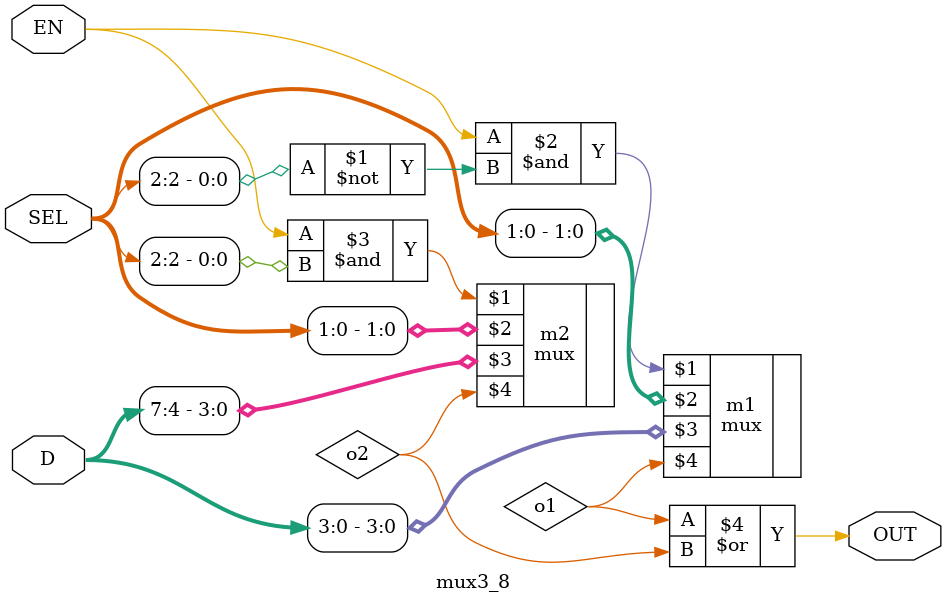
<source format=v>
`timescale 1ns / 1ps


module mux3_8(
    input EN,
    input [2:0] SEL,
    input [7:0] D,
    output OUT
    );

    wire o1, o2;
    mux m1(EN & ~SEL[2], SEL[1:0], D[3:0], o1);
    mux m2(EN & SEL[2], SEL[1:0], D[7:4], o2);
    assign OUT = o1 | o2;
    
endmodule

</source>
